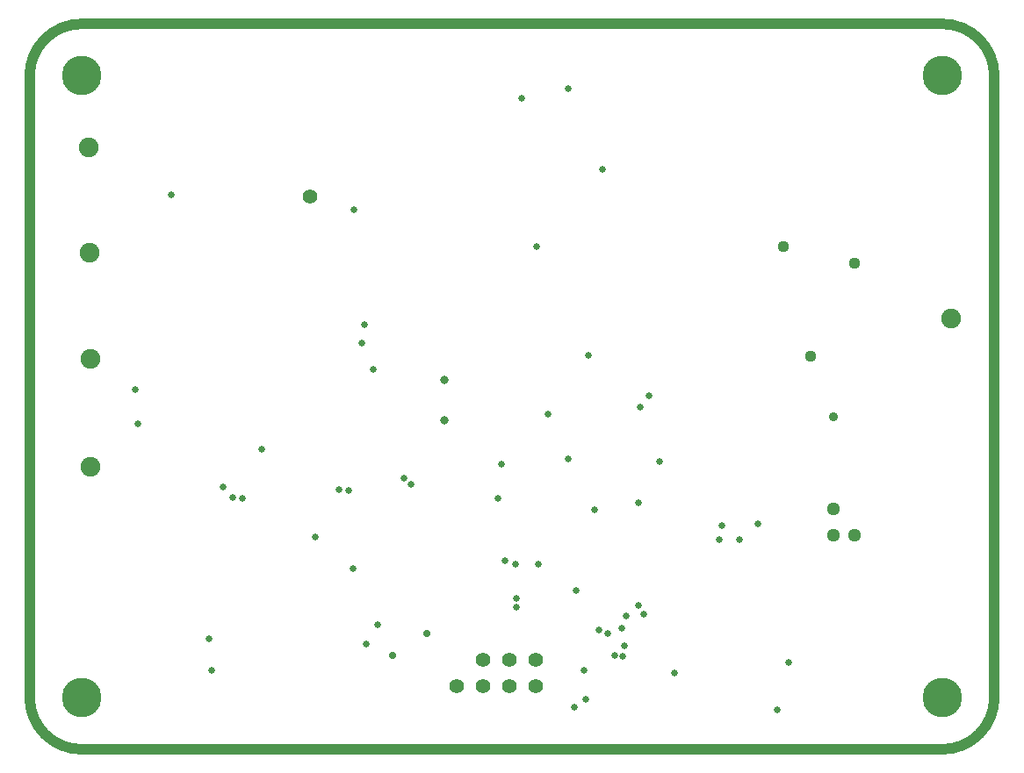
<source format=gbr>
G04 Layer_Physical_Order=2*
G04 Layer_Color=32768*
%FSLAX45Y45*%
%MOMM*%
%TF.FileFunction,Copper,L2,Inr,Plane*%
%TF.Part,Single*%
G01*
G75*
%TA.AperFunction,ComponentPad*%
%ADD82C,3.80000*%
%TA.AperFunction,NonConductor*%
%ADD92C,1.01600*%
%TA.AperFunction,ComponentPad*%
%ADD93C,1.28900*%
%ADD94C,1.41600*%
%ADD95C,1.89860*%
%TA.AperFunction,ViaPad*%
%ADD96C,0.65000*%
%ADD97C,0.90000*%
%ADD98C,1.11120*%
%ADD99C,0.70000*%
%ADD100C,0.80000*%
D82*
X8800001Y6500001D02*
D03*
X500000Y6500000D02*
D03*
X8800001Y500001D02*
D03*
X500000Y500000D02*
D03*
D92*
X2Y500001D02*
G03*
X500001Y1I500000J0D01*
G01*
X8800001D02*
G03*
X9300001Y500001I-0J500000D01*
G01*
Y6500001D02*
G03*
X8800001Y7000001I-500000J0D01*
G01*
X500001Y7000001D02*
G03*
X1Y6500001I0J-500000D01*
G01*
X500001Y1D02*
X8800001D01*
X9300001Y500001D02*
Y6500001D01*
X8800001Y7000001D02*
X8800001Y7000001D01*
X500001Y7000001D02*
X8800001D01*
X1Y500002D02*
Y6500001D01*
D93*
X7750001Y2319999D02*
D03*
X7749998Y2070000D02*
D03*
X7950000D02*
D03*
D94*
X4119000Y613000D02*
D03*
X4373000Y867000D02*
D03*
Y613000D02*
D03*
X4627000Y867000D02*
D03*
Y613000D02*
D03*
X4881000Y867000D02*
D03*
Y613000D02*
D03*
X2700000Y5330000D02*
D03*
D95*
X568602Y5804203D02*
D03*
X583600Y2724201D02*
D03*
X573602Y4789203D02*
D03*
X583601Y3769202D02*
D03*
X8885000Y4160000D02*
D03*
D96*
X7019987Y2179996D02*
D03*
X4550001Y2750001D02*
D03*
X4885001Y4850001D02*
D03*
X2235001Y2895001D02*
D03*
X5390001Y3805001D02*
D03*
X5265001Y1530001D02*
D03*
X3315001Y3665001D02*
D03*
X3230001Y4100001D02*
D03*
X3205001Y3920001D02*
D03*
X7210001Y380001D02*
D03*
X5525001Y5600001D02*
D03*
X4900001Y1790001D02*
D03*
X5195001Y6375001D02*
D03*
X5735001Y1000001D02*
D03*
X4515001Y2425001D02*
D03*
X3075001Y2500001D02*
D03*
X2980001Y2505001D02*
D03*
X1365001Y5350001D02*
D03*
X1015001Y3470001D02*
D03*
X2050001Y2425001D02*
D03*
X1045001Y3140001D02*
D03*
X1865001Y2530001D02*
D03*
X3245001Y1015001D02*
D03*
X3355001Y1205001D02*
D03*
X3675001Y2560001D02*
D03*
X3610001Y2620001D02*
D03*
X6649987Y2019996D02*
D03*
X6845001Y2020001D02*
D03*
X6670001Y2155001D02*
D03*
X4695001Y1460001D02*
D03*
Y1370001D02*
D03*
X1755001Y765001D02*
D03*
X5000001Y3235001D02*
D03*
X5868602Y2376398D02*
D03*
X5448602Y2314203D02*
D03*
X6073602Y2779203D02*
D03*
X5973603Y3409204D02*
D03*
X5888602Y3305564D02*
D03*
X5705001Y1165001D02*
D03*
X5750001Y1285001D02*
D03*
X5575001Y1115001D02*
D03*
X5490001Y1150001D02*
D03*
X5870001Y1385001D02*
D03*
X4680001Y1790001D02*
D03*
X7315001Y835001D02*
D03*
X5640002Y904851D02*
D03*
X5359989Y479999D02*
D03*
X5715001Y900001D02*
D03*
X5255001Y410001D02*
D03*
X5920001Y1305001D02*
D03*
X6220001Y735001D02*
D03*
X5345001Y765001D02*
D03*
X4585001Y1820001D02*
D03*
X1960001Y2430001D02*
D03*
X3120001Y1745001D02*
D03*
X2755001Y2050001D02*
D03*
X1725001Y1065001D02*
D03*
X4745001Y6280001D02*
D03*
X3125001Y5210001D02*
D03*
X5188604Y2799204D02*
D03*
D97*
X7750001Y3205002D02*
D03*
D98*
X7530001Y3795001D02*
D03*
X7955001Y4690001D02*
D03*
X7265001Y4850001D02*
D03*
D99*
X3832008Y1115375D02*
D03*
X3495001Y910001D02*
D03*
D100*
X4000001Y3565001D02*
D03*
X3995001Y3172500D02*
D03*
%TF.MD5,bc02e307d8f90d1878c37c274e72dfe0*%
M02*

</source>
